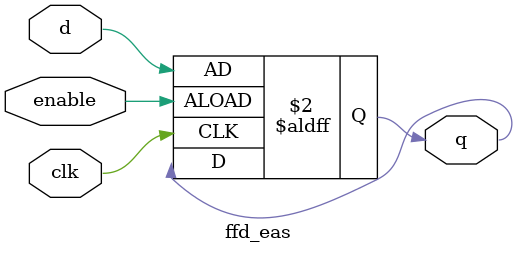
<source format=v>
module ffd_eas (
	input d,
	input clk,
	input enable,
	output q
);
//------------Variables Internas--------
reg q;

//-------------Descripcion---------
always @ (posedge clk or posedge enable)
if (enable) begin
  q <= d;
end  else begin
  q <= q;
end

endmodule //Fin del modulo

</source>
